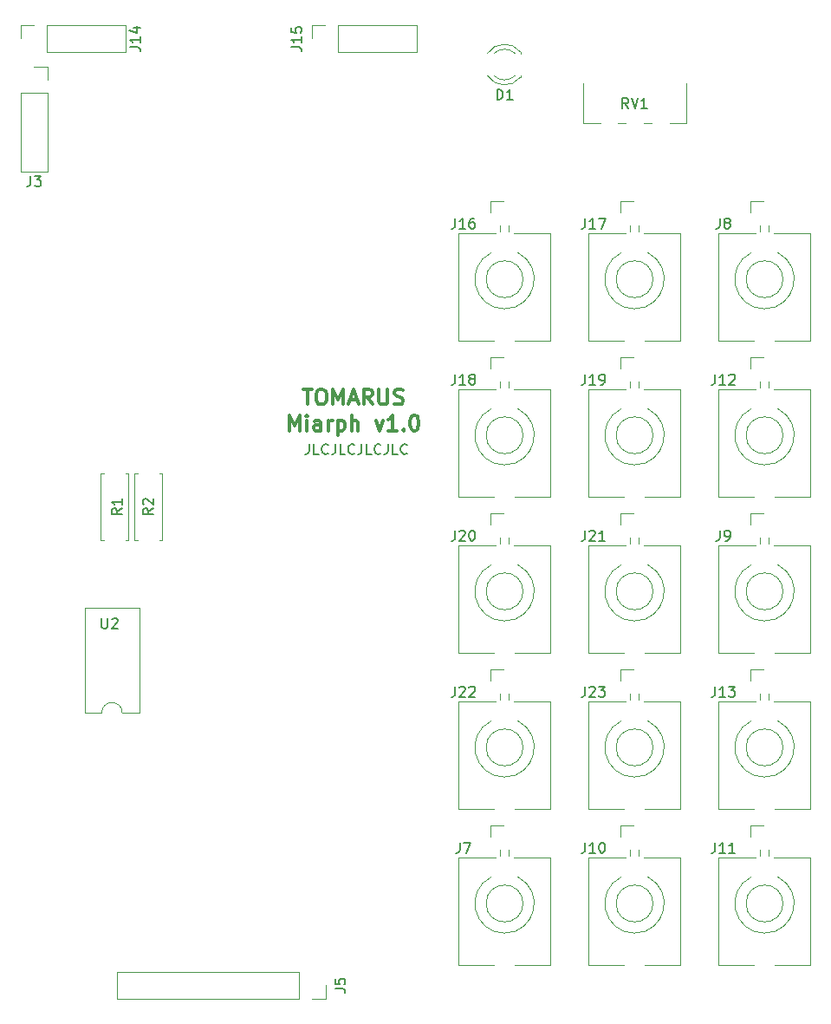
<source format=gbr>
G04 #@! TF.GenerationSoftware,KiCad,Pcbnew,5.0.2+dfsg1-1~bpo9+1*
G04 #@! TF.CreationDate,2019-05-25T00:57:50+02:00*
G04 #@! TF.ProjectId,midi2cv,6d696469-3263-4762-9e6b-696361645f70,rev?*
G04 #@! TF.SameCoordinates,Original*
G04 #@! TF.FileFunction,Legend,Top*
G04 #@! TF.FilePolarity,Positive*
%FSLAX46Y46*%
G04 Gerber Fmt 4.6, Leading zero omitted, Abs format (unit mm)*
G04 Created by KiCad (PCBNEW 5.0.2+dfsg1-1~bpo9+1) date Sat 25 May 2019 12:57:50 AM CEST*
%MOMM*%
%LPD*%
G01*
G04 APERTURE LIST*
%ADD10C,0.150000*%
%ADD11C,0.300000*%
%ADD12C,0.120000*%
G04 APERTURE END LIST*
D10*
X59642952Y-72350380D02*
X59642952Y-73064666D01*
X59595333Y-73207523D01*
X59500095Y-73302761D01*
X59357238Y-73350380D01*
X59262000Y-73350380D01*
X60595333Y-73350380D02*
X60119142Y-73350380D01*
X60119142Y-72350380D01*
X61500095Y-73255142D02*
X61452476Y-73302761D01*
X61309619Y-73350380D01*
X61214380Y-73350380D01*
X61071523Y-73302761D01*
X60976285Y-73207523D01*
X60928666Y-73112285D01*
X60881047Y-72921809D01*
X60881047Y-72778952D01*
X60928666Y-72588476D01*
X60976285Y-72493238D01*
X61071523Y-72398000D01*
X61214380Y-72350380D01*
X61309619Y-72350380D01*
X61452476Y-72398000D01*
X61500095Y-72445619D01*
X62214380Y-72350380D02*
X62214380Y-73064666D01*
X62166761Y-73207523D01*
X62071523Y-73302761D01*
X61928666Y-73350380D01*
X61833428Y-73350380D01*
X63166761Y-73350380D02*
X62690571Y-73350380D01*
X62690571Y-72350380D01*
X64071523Y-73255142D02*
X64023904Y-73302761D01*
X63881047Y-73350380D01*
X63785809Y-73350380D01*
X63642952Y-73302761D01*
X63547714Y-73207523D01*
X63500095Y-73112285D01*
X63452476Y-72921809D01*
X63452476Y-72778952D01*
X63500095Y-72588476D01*
X63547714Y-72493238D01*
X63642952Y-72398000D01*
X63785809Y-72350380D01*
X63881047Y-72350380D01*
X64023904Y-72398000D01*
X64071523Y-72445619D01*
X64785809Y-72350380D02*
X64785809Y-73064666D01*
X64738190Y-73207523D01*
X64642952Y-73302761D01*
X64500095Y-73350380D01*
X64404857Y-73350380D01*
X65738190Y-73350380D02*
X65262000Y-73350380D01*
X65262000Y-72350380D01*
X66642952Y-73255142D02*
X66595333Y-73302761D01*
X66452476Y-73350380D01*
X66357238Y-73350380D01*
X66214380Y-73302761D01*
X66119142Y-73207523D01*
X66071523Y-73112285D01*
X66023904Y-72921809D01*
X66023904Y-72778952D01*
X66071523Y-72588476D01*
X66119142Y-72493238D01*
X66214380Y-72398000D01*
X66357238Y-72350380D01*
X66452476Y-72350380D01*
X66595333Y-72398000D01*
X66642952Y-72445619D01*
X67357238Y-72350380D02*
X67357238Y-73064666D01*
X67309619Y-73207523D01*
X67214380Y-73302761D01*
X67071523Y-73350380D01*
X66976285Y-73350380D01*
X68309619Y-73350380D02*
X67833428Y-73350380D01*
X67833428Y-72350380D01*
X69214380Y-73255142D02*
X69166761Y-73302761D01*
X69023904Y-73350380D01*
X68928666Y-73350380D01*
X68785809Y-73302761D01*
X68690571Y-73207523D01*
X68642952Y-73112285D01*
X68595333Y-72921809D01*
X68595333Y-72778952D01*
X68642952Y-72588476D01*
X68690571Y-72493238D01*
X68785809Y-72398000D01*
X68928666Y-72350380D01*
X69023904Y-72350380D01*
X69166761Y-72398000D01*
X69214380Y-72445619D01*
D11*
X59043714Y-66991571D02*
X59900857Y-66991571D01*
X59472285Y-68491571D02*
X59472285Y-66991571D01*
X60686571Y-66991571D02*
X60972285Y-66991571D01*
X61115142Y-67063000D01*
X61258000Y-67205857D01*
X61329428Y-67491571D01*
X61329428Y-67991571D01*
X61258000Y-68277285D01*
X61115142Y-68420142D01*
X60972285Y-68491571D01*
X60686571Y-68491571D01*
X60543714Y-68420142D01*
X60400857Y-68277285D01*
X60329428Y-67991571D01*
X60329428Y-67491571D01*
X60400857Y-67205857D01*
X60543714Y-67063000D01*
X60686571Y-66991571D01*
X61972285Y-68491571D02*
X61972285Y-66991571D01*
X62472285Y-68063000D01*
X62972285Y-66991571D01*
X62972285Y-68491571D01*
X63615142Y-68063000D02*
X64329428Y-68063000D01*
X63472285Y-68491571D02*
X63972285Y-66991571D01*
X64472285Y-68491571D01*
X65829428Y-68491571D02*
X65329428Y-67777285D01*
X64972285Y-68491571D02*
X64972285Y-66991571D01*
X65543714Y-66991571D01*
X65686571Y-67063000D01*
X65758000Y-67134428D01*
X65829428Y-67277285D01*
X65829428Y-67491571D01*
X65758000Y-67634428D01*
X65686571Y-67705857D01*
X65543714Y-67777285D01*
X64972285Y-67777285D01*
X66472285Y-66991571D02*
X66472285Y-68205857D01*
X66543714Y-68348714D01*
X66615142Y-68420142D01*
X66758000Y-68491571D01*
X67043714Y-68491571D01*
X67186571Y-68420142D01*
X67258000Y-68348714D01*
X67329428Y-68205857D01*
X67329428Y-66991571D01*
X67972285Y-68420142D02*
X68186571Y-68491571D01*
X68543714Y-68491571D01*
X68686571Y-68420142D01*
X68758000Y-68348714D01*
X68829428Y-68205857D01*
X68829428Y-68063000D01*
X68758000Y-67920142D01*
X68686571Y-67848714D01*
X68543714Y-67777285D01*
X68258000Y-67705857D01*
X68115142Y-67634428D01*
X68043714Y-67563000D01*
X67972285Y-67420142D01*
X67972285Y-67277285D01*
X68043714Y-67134428D01*
X68115142Y-67063000D01*
X68258000Y-66991571D01*
X68615142Y-66991571D01*
X68829428Y-67063000D01*
X57722285Y-71041571D02*
X57722285Y-69541571D01*
X58222285Y-70613000D01*
X58722285Y-69541571D01*
X58722285Y-71041571D01*
X59436571Y-71041571D02*
X59436571Y-70041571D01*
X59436571Y-69541571D02*
X59365142Y-69613000D01*
X59436571Y-69684428D01*
X59508000Y-69613000D01*
X59436571Y-69541571D01*
X59436571Y-69684428D01*
X60793714Y-71041571D02*
X60793714Y-70255857D01*
X60722285Y-70113000D01*
X60579428Y-70041571D01*
X60293714Y-70041571D01*
X60150857Y-70113000D01*
X60793714Y-70970142D02*
X60650857Y-71041571D01*
X60293714Y-71041571D01*
X60150857Y-70970142D01*
X60079428Y-70827285D01*
X60079428Y-70684428D01*
X60150857Y-70541571D01*
X60293714Y-70470142D01*
X60650857Y-70470142D01*
X60793714Y-70398714D01*
X61508000Y-71041571D02*
X61508000Y-70041571D01*
X61508000Y-70327285D02*
X61579428Y-70184428D01*
X61650857Y-70113000D01*
X61793714Y-70041571D01*
X61936571Y-70041571D01*
X62436571Y-70041571D02*
X62436571Y-71541571D01*
X62436571Y-70113000D02*
X62579428Y-70041571D01*
X62865142Y-70041571D01*
X63008000Y-70113000D01*
X63079428Y-70184428D01*
X63150857Y-70327285D01*
X63150857Y-70755857D01*
X63079428Y-70898714D01*
X63008000Y-70970142D01*
X62865142Y-71041571D01*
X62579428Y-71041571D01*
X62436571Y-70970142D01*
X63793714Y-71041571D02*
X63793714Y-69541571D01*
X64436571Y-71041571D02*
X64436571Y-70255857D01*
X64365142Y-70113000D01*
X64222285Y-70041571D01*
X64008000Y-70041571D01*
X63865142Y-70113000D01*
X63793714Y-70184428D01*
X66150857Y-70041571D02*
X66508000Y-71041571D01*
X66865142Y-70041571D01*
X68222285Y-71041571D02*
X67365142Y-71041571D01*
X67793714Y-71041571D02*
X67793714Y-69541571D01*
X67650857Y-69755857D01*
X67508000Y-69898714D01*
X67365142Y-69970142D01*
X68865142Y-70898714D02*
X68936571Y-70970142D01*
X68865142Y-71041571D01*
X68793714Y-70970142D01*
X68865142Y-70898714D01*
X68865142Y-71041571D01*
X69865142Y-69541571D02*
X70008000Y-69541571D01*
X70150857Y-69613000D01*
X70222285Y-69684428D01*
X70293714Y-69827285D01*
X70365142Y-70113000D01*
X70365142Y-70470142D01*
X70293714Y-70755857D01*
X70222285Y-70898714D01*
X70150857Y-70970142D01*
X70008000Y-71041571D01*
X69865142Y-71041571D01*
X69722285Y-70970142D01*
X69650857Y-70898714D01*
X69579428Y-70755857D01*
X69508000Y-70470142D01*
X69508000Y-70113000D01*
X69579428Y-69827285D01*
X69650857Y-69684428D01*
X69722285Y-69613000D01*
X69865142Y-69541571D01*
D12*
G04 #@! TO.C,RV1*
X86459000Y-41030000D02*
X86459000Y-37093000D01*
X96500000Y-41030000D02*
X96500000Y-37093000D01*
X86459000Y-41030000D02*
X88109000Y-41030000D01*
X89851000Y-41030000D02*
X90610000Y-41030000D01*
X92351000Y-41030000D02*
X93110000Y-41030000D01*
X94850000Y-41030000D02*
X96500000Y-41030000D01*
G04 #@! TO.C,D1*
X77067665Y-36384608D02*
G75*
G03X80300000Y-36541516I1672335J1078608D01*
G01*
X77067665Y-34227392D02*
G75*
G02X80300000Y-34070484I1672335J-1078608D01*
G01*
X77698870Y-36385837D02*
G75*
G03X79780961Y-36386000I1041130J1079837D01*
G01*
X77698870Y-34226163D02*
G75*
G02X79780961Y-34226000I1041130J-1079837D01*
G01*
X80300000Y-36542000D02*
X80300000Y-36386000D01*
X80300000Y-34226000D02*
X80300000Y-34070000D01*
G04 #@! TO.C,J3*
X31436000Y-38100000D02*
X34096000Y-38100000D01*
X31436000Y-38100000D02*
X31436000Y-45780000D01*
X31436000Y-45780000D02*
X34096000Y-45780000D01*
X34096000Y-38100000D02*
X34096000Y-45780000D01*
X34096000Y-35500000D02*
X34096000Y-36830000D01*
X32766000Y-35500000D02*
X34096000Y-35500000D01*
G04 #@! TO.C,J5*
X61274000Y-125222000D02*
X61274000Y-126552000D01*
X61274000Y-126552000D02*
X59944000Y-126552000D01*
X58674000Y-126552000D02*
X40834000Y-126552000D01*
X40834000Y-123892000D02*
X40834000Y-126552000D01*
X58674000Y-123892000D02*
X40834000Y-123892000D01*
X58674000Y-123892000D02*
X58674000Y-126552000D01*
G04 #@! TO.C,J7*
X74240000Y-112724000D02*
X74240000Y-123224000D01*
X83240000Y-112724000D02*
X83240000Y-123224000D01*
X77443737Y-114635423D02*
G75*
G03X78740000Y-120119000I1296263J-2588577D01*
G01*
X80036263Y-114635423D02*
G75*
G02X78740000Y-120119000I-1296263J-2588577D01*
G01*
X83240000Y-123224000D02*
X79740000Y-123224000D01*
X77740000Y-123224000D02*
X74240000Y-123224000D01*
X83240000Y-112724000D02*
X79640000Y-112724000D01*
X77840000Y-112724000D02*
X74240000Y-112724000D01*
X80540000Y-117224000D02*
G75*
G03X80540000Y-117224000I-1800000J0D01*
G01*
X78320000Y-111944000D02*
X78320000Y-112544000D01*
X79160000Y-111944000D02*
X79160000Y-112544000D01*
X77340000Y-109564000D02*
X77340000Y-110664000D01*
X77340000Y-109564000D02*
X78660000Y-109564000D01*
G04 #@! TO.C,J8*
X102740000Y-48604000D02*
X104060000Y-48604000D01*
X102740000Y-48604000D02*
X102740000Y-49704000D01*
X104560000Y-50984000D02*
X104560000Y-51584000D01*
X103720000Y-50984000D02*
X103720000Y-51584000D01*
X105940000Y-56264000D02*
G75*
G03X105940000Y-56264000I-1800000J0D01*
G01*
X103240000Y-51764000D02*
X99640000Y-51764000D01*
X108640000Y-51764000D02*
X105040000Y-51764000D01*
X103140000Y-62264000D02*
X99640000Y-62264000D01*
X108640000Y-62264000D02*
X105140000Y-62264000D01*
X105436263Y-53675423D02*
G75*
G02X104140000Y-59159000I-1296263J-2588577D01*
G01*
X102843737Y-53675423D02*
G75*
G03X104140000Y-59159000I1296263J-2588577D01*
G01*
X108640000Y-51764000D02*
X108640000Y-62264000D01*
X99640000Y-51764000D02*
X99640000Y-62264000D01*
G04 #@! TO.C,J9*
X99640000Y-82244000D02*
X99640000Y-92744000D01*
X108640000Y-82244000D02*
X108640000Y-92744000D01*
X102843737Y-84155423D02*
G75*
G03X104140000Y-89639000I1296263J-2588577D01*
G01*
X105436263Y-84155423D02*
G75*
G02X104140000Y-89639000I-1296263J-2588577D01*
G01*
X108640000Y-92744000D02*
X105140000Y-92744000D01*
X103140000Y-92744000D02*
X99640000Y-92744000D01*
X108640000Y-82244000D02*
X105040000Y-82244000D01*
X103240000Y-82244000D02*
X99640000Y-82244000D01*
X105940000Y-86744000D02*
G75*
G03X105940000Y-86744000I-1800000J0D01*
G01*
X103720000Y-81464000D02*
X103720000Y-82064000D01*
X104560000Y-81464000D02*
X104560000Y-82064000D01*
X102740000Y-79084000D02*
X102740000Y-80184000D01*
X102740000Y-79084000D02*
X104060000Y-79084000D01*
G04 #@! TO.C,J10*
X90040000Y-109564000D02*
X91360000Y-109564000D01*
X90040000Y-109564000D02*
X90040000Y-110664000D01*
X91860000Y-111944000D02*
X91860000Y-112544000D01*
X91020000Y-111944000D02*
X91020000Y-112544000D01*
X93240000Y-117224000D02*
G75*
G03X93240000Y-117224000I-1800000J0D01*
G01*
X90540000Y-112724000D02*
X86940000Y-112724000D01*
X95940000Y-112724000D02*
X92340000Y-112724000D01*
X90440000Y-123224000D02*
X86940000Y-123224000D01*
X95940000Y-123224000D02*
X92440000Y-123224000D01*
X92736263Y-114635423D02*
G75*
G02X91440000Y-120119000I-1296263J-2588577D01*
G01*
X90143737Y-114635423D02*
G75*
G03X91440000Y-120119000I1296263J-2588577D01*
G01*
X95940000Y-112724000D02*
X95940000Y-123224000D01*
X86940000Y-112724000D02*
X86940000Y-123224000D01*
G04 #@! TO.C,J11*
X102740000Y-109564000D02*
X104060000Y-109564000D01*
X102740000Y-109564000D02*
X102740000Y-110664000D01*
X104560000Y-111944000D02*
X104560000Y-112544000D01*
X103720000Y-111944000D02*
X103720000Y-112544000D01*
X105940000Y-117224000D02*
G75*
G03X105940000Y-117224000I-1800000J0D01*
G01*
X103240000Y-112724000D02*
X99640000Y-112724000D01*
X108640000Y-112724000D02*
X105040000Y-112724000D01*
X103140000Y-123224000D02*
X99640000Y-123224000D01*
X108640000Y-123224000D02*
X105140000Y-123224000D01*
X105436263Y-114635423D02*
G75*
G02X104140000Y-120119000I-1296263J-2588577D01*
G01*
X102843737Y-114635423D02*
G75*
G03X104140000Y-120119000I1296263J-2588577D01*
G01*
X108640000Y-112724000D02*
X108640000Y-123224000D01*
X99640000Y-112724000D02*
X99640000Y-123224000D01*
G04 #@! TO.C,J12*
X99640000Y-67004000D02*
X99640000Y-77504000D01*
X108640000Y-67004000D02*
X108640000Y-77504000D01*
X102843737Y-68915423D02*
G75*
G03X104140000Y-74399000I1296263J-2588577D01*
G01*
X105436263Y-68915423D02*
G75*
G02X104140000Y-74399000I-1296263J-2588577D01*
G01*
X108640000Y-77504000D02*
X105140000Y-77504000D01*
X103140000Y-77504000D02*
X99640000Y-77504000D01*
X108640000Y-67004000D02*
X105040000Y-67004000D01*
X103240000Y-67004000D02*
X99640000Y-67004000D01*
X105940000Y-71504000D02*
G75*
G03X105940000Y-71504000I-1800000J0D01*
G01*
X103720000Y-66224000D02*
X103720000Y-66824000D01*
X104560000Y-66224000D02*
X104560000Y-66824000D01*
X102740000Y-63844000D02*
X102740000Y-64944000D01*
X102740000Y-63844000D02*
X104060000Y-63844000D01*
G04 #@! TO.C,J13*
X99640000Y-97484000D02*
X99640000Y-107984000D01*
X108640000Y-97484000D02*
X108640000Y-107984000D01*
X102843737Y-99395423D02*
G75*
G03X104140000Y-104879000I1296263J-2588577D01*
G01*
X105436263Y-99395423D02*
G75*
G02X104140000Y-104879000I-1296263J-2588577D01*
G01*
X108640000Y-107984000D02*
X105140000Y-107984000D01*
X103140000Y-107984000D02*
X99640000Y-107984000D01*
X108640000Y-97484000D02*
X105040000Y-97484000D01*
X103240000Y-97484000D02*
X99640000Y-97484000D01*
X105940000Y-101984000D02*
G75*
G03X105940000Y-101984000I-1800000J0D01*
G01*
X103720000Y-96704000D02*
X103720000Y-97304000D01*
X104560000Y-96704000D02*
X104560000Y-97304000D01*
X102740000Y-94324000D02*
X102740000Y-95424000D01*
X102740000Y-94324000D02*
X104060000Y-94324000D01*
G04 #@! TO.C,J16*
X77340000Y-48604000D02*
X78660000Y-48604000D01*
X77340000Y-48604000D02*
X77340000Y-49704000D01*
X79160000Y-50984000D02*
X79160000Y-51584000D01*
X78320000Y-50984000D02*
X78320000Y-51584000D01*
X80540000Y-56264000D02*
G75*
G03X80540000Y-56264000I-1800000J0D01*
G01*
X77840000Y-51764000D02*
X74240000Y-51764000D01*
X83240000Y-51764000D02*
X79640000Y-51764000D01*
X77740000Y-62264000D02*
X74240000Y-62264000D01*
X83240000Y-62264000D02*
X79740000Y-62264000D01*
X80036263Y-53675423D02*
G75*
G02X78740000Y-59159000I-1296263J-2588577D01*
G01*
X77443737Y-53675423D02*
G75*
G03X78740000Y-59159000I1296263J-2588577D01*
G01*
X83240000Y-51764000D02*
X83240000Y-62264000D01*
X74240000Y-51764000D02*
X74240000Y-62264000D01*
G04 #@! TO.C,J17*
X86940000Y-51764000D02*
X86940000Y-62264000D01*
X95940000Y-51764000D02*
X95940000Y-62264000D01*
X90143737Y-53675423D02*
G75*
G03X91440000Y-59159000I1296263J-2588577D01*
G01*
X92736263Y-53675423D02*
G75*
G02X91440000Y-59159000I-1296263J-2588577D01*
G01*
X95940000Y-62264000D02*
X92440000Y-62264000D01*
X90440000Y-62264000D02*
X86940000Y-62264000D01*
X95940000Y-51764000D02*
X92340000Y-51764000D01*
X90540000Y-51764000D02*
X86940000Y-51764000D01*
X93240000Y-56264000D02*
G75*
G03X93240000Y-56264000I-1800000J0D01*
G01*
X91020000Y-50984000D02*
X91020000Y-51584000D01*
X91860000Y-50984000D02*
X91860000Y-51584000D01*
X90040000Y-48604000D02*
X90040000Y-49704000D01*
X90040000Y-48604000D02*
X91360000Y-48604000D01*
G04 #@! TO.C,J18*
X77340000Y-63844000D02*
X78660000Y-63844000D01*
X77340000Y-63844000D02*
X77340000Y-64944000D01*
X79160000Y-66224000D02*
X79160000Y-66824000D01*
X78320000Y-66224000D02*
X78320000Y-66824000D01*
X80540000Y-71504000D02*
G75*
G03X80540000Y-71504000I-1800000J0D01*
G01*
X77840000Y-67004000D02*
X74240000Y-67004000D01*
X83240000Y-67004000D02*
X79640000Y-67004000D01*
X77740000Y-77504000D02*
X74240000Y-77504000D01*
X83240000Y-77504000D02*
X79740000Y-77504000D01*
X80036263Y-68915423D02*
G75*
G02X78740000Y-74399000I-1296263J-2588577D01*
G01*
X77443737Y-68915423D02*
G75*
G03X78740000Y-74399000I1296263J-2588577D01*
G01*
X83240000Y-67004000D02*
X83240000Y-77504000D01*
X74240000Y-67004000D02*
X74240000Y-77504000D01*
G04 #@! TO.C,J19*
X86940000Y-67004000D02*
X86940000Y-77504000D01*
X95940000Y-67004000D02*
X95940000Y-77504000D01*
X90143737Y-68915423D02*
G75*
G03X91440000Y-74399000I1296263J-2588577D01*
G01*
X92736263Y-68915423D02*
G75*
G02X91440000Y-74399000I-1296263J-2588577D01*
G01*
X95940000Y-77504000D02*
X92440000Y-77504000D01*
X90440000Y-77504000D02*
X86940000Y-77504000D01*
X95940000Y-67004000D02*
X92340000Y-67004000D01*
X90540000Y-67004000D02*
X86940000Y-67004000D01*
X93240000Y-71504000D02*
G75*
G03X93240000Y-71504000I-1800000J0D01*
G01*
X91020000Y-66224000D02*
X91020000Y-66824000D01*
X91860000Y-66224000D02*
X91860000Y-66824000D01*
X90040000Y-63844000D02*
X90040000Y-64944000D01*
X90040000Y-63844000D02*
X91360000Y-63844000D01*
G04 #@! TO.C,J20*
X74240000Y-82244000D02*
X74240000Y-92744000D01*
X83240000Y-82244000D02*
X83240000Y-92744000D01*
X77443737Y-84155423D02*
G75*
G03X78740000Y-89639000I1296263J-2588577D01*
G01*
X80036263Y-84155423D02*
G75*
G02X78740000Y-89639000I-1296263J-2588577D01*
G01*
X83240000Y-92744000D02*
X79740000Y-92744000D01*
X77740000Y-92744000D02*
X74240000Y-92744000D01*
X83240000Y-82244000D02*
X79640000Y-82244000D01*
X77840000Y-82244000D02*
X74240000Y-82244000D01*
X80540000Y-86744000D02*
G75*
G03X80540000Y-86744000I-1800000J0D01*
G01*
X78320000Y-81464000D02*
X78320000Y-82064000D01*
X79160000Y-81464000D02*
X79160000Y-82064000D01*
X77340000Y-79084000D02*
X77340000Y-80184000D01*
X77340000Y-79084000D02*
X78660000Y-79084000D01*
G04 #@! TO.C,J21*
X90040000Y-79084000D02*
X91360000Y-79084000D01*
X90040000Y-79084000D02*
X90040000Y-80184000D01*
X91860000Y-81464000D02*
X91860000Y-82064000D01*
X91020000Y-81464000D02*
X91020000Y-82064000D01*
X93240000Y-86744000D02*
G75*
G03X93240000Y-86744000I-1800000J0D01*
G01*
X90540000Y-82244000D02*
X86940000Y-82244000D01*
X95940000Y-82244000D02*
X92340000Y-82244000D01*
X90440000Y-92744000D02*
X86940000Y-92744000D01*
X95940000Y-92744000D02*
X92440000Y-92744000D01*
X92736263Y-84155423D02*
G75*
G02X91440000Y-89639000I-1296263J-2588577D01*
G01*
X90143737Y-84155423D02*
G75*
G03X91440000Y-89639000I1296263J-2588577D01*
G01*
X95940000Y-82244000D02*
X95940000Y-92744000D01*
X86940000Y-82244000D02*
X86940000Y-92744000D01*
G04 #@! TO.C,J22*
X74240000Y-97484000D02*
X74240000Y-107984000D01*
X83240000Y-97484000D02*
X83240000Y-107984000D01*
X77443737Y-99395423D02*
G75*
G03X78740000Y-104879000I1296263J-2588577D01*
G01*
X80036263Y-99395423D02*
G75*
G02X78740000Y-104879000I-1296263J-2588577D01*
G01*
X83240000Y-107984000D02*
X79740000Y-107984000D01*
X77740000Y-107984000D02*
X74240000Y-107984000D01*
X83240000Y-97484000D02*
X79640000Y-97484000D01*
X77840000Y-97484000D02*
X74240000Y-97484000D01*
X80540000Y-101984000D02*
G75*
G03X80540000Y-101984000I-1800000J0D01*
G01*
X78320000Y-96704000D02*
X78320000Y-97304000D01*
X79160000Y-96704000D02*
X79160000Y-97304000D01*
X77340000Y-94324000D02*
X77340000Y-95424000D01*
X77340000Y-94324000D02*
X78660000Y-94324000D01*
G04 #@! TO.C,J23*
X90040000Y-94324000D02*
X91360000Y-94324000D01*
X90040000Y-94324000D02*
X90040000Y-95424000D01*
X91860000Y-96704000D02*
X91860000Y-97304000D01*
X91020000Y-96704000D02*
X91020000Y-97304000D01*
X93240000Y-101984000D02*
G75*
G03X93240000Y-101984000I-1800000J0D01*
G01*
X90540000Y-97484000D02*
X86940000Y-97484000D01*
X95940000Y-97484000D02*
X92340000Y-97484000D01*
X90440000Y-107984000D02*
X86940000Y-107984000D01*
X95940000Y-107984000D02*
X92440000Y-107984000D01*
X92736263Y-99395423D02*
G75*
G02X91440000Y-104879000I-1296263J-2588577D01*
G01*
X90143737Y-99395423D02*
G75*
G03X91440000Y-104879000I1296263J-2588577D01*
G01*
X95940000Y-97484000D02*
X95940000Y-107984000D01*
X86940000Y-97484000D02*
X86940000Y-107984000D01*
G04 #@! TO.C,R1*
X42010000Y-75216000D02*
X41680000Y-75216000D01*
X42010000Y-81756000D02*
X42010000Y-75216000D01*
X41680000Y-81756000D02*
X42010000Y-81756000D01*
X39270000Y-75216000D02*
X39600000Y-75216000D01*
X39270000Y-81756000D02*
X39270000Y-75216000D01*
X39600000Y-81756000D02*
X39270000Y-81756000D01*
G04 #@! TO.C,R2*
X42902000Y-81756000D02*
X42572000Y-81756000D01*
X42572000Y-81756000D02*
X42572000Y-75216000D01*
X42572000Y-75216000D02*
X42902000Y-75216000D01*
X44982000Y-81756000D02*
X45312000Y-81756000D01*
X45312000Y-81756000D02*
X45312000Y-75216000D01*
X45312000Y-75216000D02*
X44982000Y-75216000D01*
G04 #@! TO.C,U2*
X39386000Y-98612000D02*
G75*
G02X41386000Y-98612000I1000000J0D01*
G01*
X41386000Y-98612000D02*
X43036000Y-98612000D01*
X43036000Y-98612000D02*
X43036000Y-88332000D01*
X43036000Y-88332000D02*
X37736000Y-88332000D01*
X37736000Y-88332000D02*
X37736000Y-98612000D01*
X37736000Y-98612000D02*
X39386000Y-98612000D01*
G04 #@! TO.C,J14*
X31436000Y-32766000D02*
X31436000Y-31436000D01*
X31436000Y-31436000D02*
X32766000Y-31436000D01*
X34036000Y-31436000D02*
X41716000Y-31436000D01*
X41716000Y-34096000D02*
X41716000Y-31436000D01*
X34036000Y-34096000D02*
X41716000Y-34096000D01*
X34036000Y-34096000D02*
X34036000Y-31436000D01*
G04 #@! TO.C,J15*
X62484000Y-34096000D02*
X62484000Y-31436000D01*
X62484000Y-34096000D02*
X70164000Y-34096000D01*
X70164000Y-34096000D02*
X70164000Y-31436000D01*
X62484000Y-31436000D02*
X70164000Y-31436000D01*
X59884000Y-31436000D02*
X61214000Y-31436000D01*
X59884000Y-32766000D02*
X59884000Y-31436000D01*
G04 #@! TO.C,RV1*
D10*
X90844761Y-39568380D02*
X90511428Y-39092190D01*
X90273333Y-39568380D02*
X90273333Y-38568380D01*
X90654285Y-38568380D01*
X90749523Y-38616000D01*
X90797142Y-38663619D01*
X90844761Y-38758857D01*
X90844761Y-38901714D01*
X90797142Y-38996952D01*
X90749523Y-39044571D01*
X90654285Y-39092190D01*
X90273333Y-39092190D01*
X91130476Y-38568380D02*
X91463809Y-39568380D01*
X91797142Y-38568380D01*
X92654285Y-39568380D02*
X92082857Y-39568380D01*
X92368571Y-39568380D02*
X92368571Y-38568380D01*
X92273333Y-38711238D01*
X92178095Y-38806476D01*
X92082857Y-38854095D01*
G04 #@! TO.C,D1*
X78001904Y-38718380D02*
X78001904Y-37718380D01*
X78240000Y-37718380D01*
X78382857Y-37766000D01*
X78478095Y-37861238D01*
X78525714Y-37956476D01*
X78573333Y-38146952D01*
X78573333Y-38289809D01*
X78525714Y-38480285D01*
X78478095Y-38575523D01*
X78382857Y-38670761D01*
X78240000Y-38718380D01*
X78001904Y-38718380D01*
X79525714Y-38718380D02*
X78954285Y-38718380D01*
X79240000Y-38718380D02*
X79240000Y-37718380D01*
X79144761Y-37861238D01*
X79049523Y-37956476D01*
X78954285Y-38004095D01*
G04 #@! TO.C,J3*
X32432666Y-46188380D02*
X32432666Y-46902666D01*
X32385047Y-47045523D01*
X32289809Y-47140761D01*
X32146952Y-47188380D01*
X32051714Y-47188380D01*
X32813619Y-46188380D02*
X33432666Y-46188380D01*
X33099333Y-46569333D01*
X33242190Y-46569333D01*
X33337428Y-46616952D01*
X33385047Y-46664571D01*
X33432666Y-46759809D01*
X33432666Y-46997904D01*
X33385047Y-47093142D01*
X33337428Y-47140761D01*
X33242190Y-47188380D01*
X32956476Y-47188380D01*
X32861238Y-47140761D01*
X32813619Y-47093142D01*
G04 #@! TO.C,J5*
X62166380Y-125555333D02*
X62880666Y-125555333D01*
X63023523Y-125602952D01*
X63118761Y-125698190D01*
X63166380Y-125841047D01*
X63166380Y-125936285D01*
X62166380Y-124602952D02*
X62166380Y-125079142D01*
X62642571Y-125126761D01*
X62594952Y-125079142D01*
X62547333Y-124983904D01*
X62547333Y-124745809D01*
X62594952Y-124650571D01*
X62642571Y-124602952D01*
X62737809Y-124555333D01*
X62975904Y-124555333D01*
X63071142Y-124602952D01*
X63118761Y-124650571D01*
X63166380Y-124745809D01*
X63166380Y-124983904D01*
X63118761Y-125079142D01*
X63071142Y-125126761D01*
G04 #@! TO.C,J7*
X74376666Y-111276380D02*
X74376666Y-111990666D01*
X74329047Y-112133523D01*
X74233809Y-112228761D01*
X74090952Y-112276380D01*
X73995714Y-112276380D01*
X74757619Y-111276380D02*
X75424285Y-111276380D01*
X74995714Y-112276380D01*
G04 #@! TO.C,J8*
X99776666Y-50316380D02*
X99776666Y-51030666D01*
X99729047Y-51173523D01*
X99633809Y-51268761D01*
X99490952Y-51316380D01*
X99395714Y-51316380D01*
X100395714Y-50744952D02*
X100300476Y-50697333D01*
X100252857Y-50649714D01*
X100205238Y-50554476D01*
X100205238Y-50506857D01*
X100252857Y-50411619D01*
X100300476Y-50364000D01*
X100395714Y-50316380D01*
X100586190Y-50316380D01*
X100681428Y-50364000D01*
X100729047Y-50411619D01*
X100776666Y-50506857D01*
X100776666Y-50554476D01*
X100729047Y-50649714D01*
X100681428Y-50697333D01*
X100586190Y-50744952D01*
X100395714Y-50744952D01*
X100300476Y-50792571D01*
X100252857Y-50840190D01*
X100205238Y-50935428D01*
X100205238Y-51125904D01*
X100252857Y-51221142D01*
X100300476Y-51268761D01*
X100395714Y-51316380D01*
X100586190Y-51316380D01*
X100681428Y-51268761D01*
X100729047Y-51221142D01*
X100776666Y-51125904D01*
X100776666Y-50935428D01*
X100729047Y-50840190D01*
X100681428Y-50792571D01*
X100586190Y-50744952D01*
G04 #@! TO.C,J9*
X99776666Y-80796380D02*
X99776666Y-81510666D01*
X99729047Y-81653523D01*
X99633809Y-81748761D01*
X99490952Y-81796380D01*
X99395714Y-81796380D01*
X100300476Y-81796380D02*
X100490952Y-81796380D01*
X100586190Y-81748761D01*
X100633809Y-81701142D01*
X100729047Y-81558285D01*
X100776666Y-81367809D01*
X100776666Y-80986857D01*
X100729047Y-80891619D01*
X100681428Y-80844000D01*
X100586190Y-80796380D01*
X100395714Y-80796380D01*
X100300476Y-80844000D01*
X100252857Y-80891619D01*
X100205238Y-80986857D01*
X100205238Y-81224952D01*
X100252857Y-81320190D01*
X100300476Y-81367809D01*
X100395714Y-81415428D01*
X100586190Y-81415428D01*
X100681428Y-81367809D01*
X100729047Y-81320190D01*
X100776666Y-81224952D01*
G04 #@! TO.C,J10*
X86600476Y-111276380D02*
X86600476Y-111990666D01*
X86552857Y-112133523D01*
X86457619Y-112228761D01*
X86314761Y-112276380D01*
X86219523Y-112276380D01*
X87600476Y-112276380D02*
X87029047Y-112276380D01*
X87314761Y-112276380D02*
X87314761Y-111276380D01*
X87219523Y-111419238D01*
X87124285Y-111514476D01*
X87029047Y-111562095D01*
X88219523Y-111276380D02*
X88314761Y-111276380D01*
X88410000Y-111324000D01*
X88457619Y-111371619D01*
X88505238Y-111466857D01*
X88552857Y-111657333D01*
X88552857Y-111895428D01*
X88505238Y-112085904D01*
X88457619Y-112181142D01*
X88410000Y-112228761D01*
X88314761Y-112276380D01*
X88219523Y-112276380D01*
X88124285Y-112228761D01*
X88076666Y-112181142D01*
X88029047Y-112085904D01*
X87981428Y-111895428D01*
X87981428Y-111657333D01*
X88029047Y-111466857D01*
X88076666Y-111371619D01*
X88124285Y-111324000D01*
X88219523Y-111276380D01*
G04 #@! TO.C,J11*
X99300476Y-111276380D02*
X99300476Y-111990666D01*
X99252857Y-112133523D01*
X99157619Y-112228761D01*
X99014761Y-112276380D01*
X98919523Y-112276380D01*
X100300476Y-112276380D02*
X99729047Y-112276380D01*
X100014761Y-112276380D02*
X100014761Y-111276380D01*
X99919523Y-111419238D01*
X99824285Y-111514476D01*
X99729047Y-111562095D01*
X101252857Y-112276380D02*
X100681428Y-112276380D01*
X100967142Y-112276380D02*
X100967142Y-111276380D01*
X100871904Y-111419238D01*
X100776666Y-111514476D01*
X100681428Y-111562095D01*
G04 #@! TO.C,J12*
X99300476Y-65556380D02*
X99300476Y-66270666D01*
X99252857Y-66413523D01*
X99157619Y-66508761D01*
X99014761Y-66556380D01*
X98919523Y-66556380D01*
X100300476Y-66556380D02*
X99729047Y-66556380D01*
X100014761Y-66556380D02*
X100014761Y-65556380D01*
X99919523Y-65699238D01*
X99824285Y-65794476D01*
X99729047Y-65842095D01*
X100681428Y-65651619D02*
X100729047Y-65604000D01*
X100824285Y-65556380D01*
X101062380Y-65556380D01*
X101157619Y-65604000D01*
X101205238Y-65651619D01*
X101252857Y-65746857D01*
X101252857Y-65842095D01*
X101205238Y-65984952D01*
X100633809Y-66556380D01*
X101252857Y-66556380D01*
G04 #@! TO.C,J13*
X99300476Y-96036380D02*
X99300476Y-96750666D01*
X99252857Y-96893523D01*
X99157619Y-96988761D01*
X99014761Y-97036380D01*
X98919523Y-97036380D01*
X100300476Y-97036380D02*
X99729047Y-97036380D01*
X100014761Y-97036380D02*
X100014761Y-96036380D01*
X99919523Y-96179238D01*
X99824285Y-96274476D01*
X99729047Y-96322095D01*
X100633809Y-96036380D02*
X101252857Y-96036380D01*
X100919523Y-96417333D01*
X101062380Y-96417333D01*
X101157619Y-96464952D01*
X101205238Y-96512571D01*
X101252857Y-96607809D01*
X101252857Y-96845904D01*
X101205238Y-96941142D01*
X101157619Y-96988761D01*
X101062380Y-97036380D01*
X100776666Y-97036380D01*
X100681428Y-96988761D01*
X100633809Y-96941142D01*
G04 #@! TO.C,J16*
X73900476Y-50316380D02*
X73900476Y-51030666D01*
X73852857Y-51173523D01*
X73757619Y-51268761D01*
X73614761Y-51316380D01*
X73519523Y-51316380D01*
X74900476Y-51316380D02*
X74329047Y-51316380D01*
X74614761Y-51316380D02*
X74614761Y-50316380D01*
X74519523Y-50459238D01*
X74424285Y-50554476D01*
X74329047Y-50602095D01*
X75757619Y-50316380D02*
X75567142Y-50316380D01*
X75471904Y-50364000D01*
X75424285Y-50411619D01*
X75329047Y-50554476D01*
X75281428Y-50744952D01*
X75281428Y-51125904D01*
X75329047Y-51221142D01*
X75376666Y-51268761D01*
X75471904Y-51316380D01*
X75662380Y-51316380D01*
X75757619Y-51268761D01*
X75805238Y-51221142D01*
X75852857Y-51125904D01*
X75852857Y-50887809D01*
X75805238Y-50792571D01*
X75757619Y-50744952D01*
X75662380Y-50697333D01*
X75471904Y-50697333D01*
X75376666Y-50744952D01*
X75329047Y-50792571D01*
X75281428Y-50887809D01*
G04 #@! TO.C,J17*
X86600476Y-50316380D02*
X86600476Y-51030666D01*
X86552857Y-51173523D01*
X86457619Y-51268761D01*
X86314761Y-51316380D01*
X86219523Y-51316380D01*
X87600476Y-51316380D02*
X87029047Y-51316380D01*
X87314761Y-51316380D02*
X87314761Y-50316380D01*
X87219523Y-50459238D01*
X87124285Y-50554476D01*
X87029047Y-50602095D01*
X87933809Y-50316380D02*
X88600476Y-50316380D01*
X88171904Y-51316380D01*
G04 #@! TO.C,J18*
X73900476Y-65556380D02*
X73900476Y-66270666D01*
X73852857Y-66413523D01*
X73757619Y-66508761D01*
X73614761Y-66556380D01*
X73519523Y-66556380D01*
X74900476Y-66556380D02*
X74329047Y-66556380D01*
X74614761Y-66556380D02*
X74614761Y-65556380D01*
X74519523Y-65699238D01*
X74424285Y-65794476D01*
X74329047Y-65842095D01*
X75471904Y-65984952D02*
X75376666Y-65937333D01*
X75329047Y-65889714D01*
X75281428Y-65794476D01*
X75281428Y-65746857D01*
X75329047Y-65651619D01*
X75376666Y-65604000D01*
X75471904Y-65556380D01*
X75662380Y-65556380D01*
X75757619Y-65604000D01*
X75805238Y-65651619D01*
X75852857Y-65746857D01*
X75852857Y-65794476D01*
X75805238Y-65889714D01*
X75757619Y-65937333D01*
X75662380Y-65984952D01*
X75471904Y-65984952D01*
X75376666Y-66032571D01*
X75329047Y-66080190D01*
X75281428Y-66175428D01*
X75281428Y-66365904D01*
X75329047Y-66461142D01*
X75376666Y-66508761D01*
X75471904Y-66556380D01*
X75662380Y-66556380D01*
X75757619Y-66508761D01*
X75805238Y-66461142D01*
X75852857Y-66365904D01*
X75852857Y-66175428D01*
X75805238Y-66080190D01*
X75757619Y-66032571D01*
X75662380Y-65984952D01*
G04 #@! TO.C,J19*
X86600476Y-65556380D02*
X86600476Y-66270666D01*
X86552857Y-66413523D01*
X86457619Y-66508761D01*
X86314761Y-66556380D01*
X86219523Y-66556380D01*
X87600476Y-66556380D02*
X87029047Y-66556380D01*
X87314761Y-66556380D02*
X87314761Y-65556380D01*
X87219523Y-65699238D01*
X87124285Y-65794476D01*
X87029047Y-65842095D01*
X88076666Y-66556380D02*
X88267142Y-66556380D01*
X88362380Y-66508761D01*
X88410000Y-66461142D01*
X88505238Y-66318285D01*
X88552857Y-66127809D01*
X88552857Y-65746857D01*
X88505238Y-65651619D01*
X88457619Y-65604000D01*
X88362380Y-65556380D01*
X88171904Y-65556380D01*
X88076666Y-65604000D01*
X88029047Y-65651619D01*
X87981428Y-65746857D01*
X87981428Y-65984952D01*
X88029047Y-66080190D01*
X88076666Y-66127809D01*
X88171904Y-66175428D01*
X88362380Y-66175428D01*
X88457619Y-66127809D01*
X88505238Y-66080190D01*
X88552857Y-65984952D01*
G04 #@! TO.C,J20*
X73900476Y-80796380D02*
X73900476Y-81510666D01*
X73852857Y-81653523D01*
X73757619Y-81748761D01*
X73614761Y-81796380D01*
X73519523Y-81796380D01*
X74329047Y-80891619D02*
X74376666Y-80844000D01*
X74471904Y-80796380D01*
X74710000Y-80796380D01*
X74805238Y-80844000D01*
X74852857Y-80891619D01*
X74900476Y-80986857D01*
X74900476Y-81082095D01*
X74852857Y-81224952D01*
X74281428Y-81796380D01*
X74900476Y-81796380D01*
X75519523Y-80796380D02*
X75614761Y-80796380D01*
X75710000Y-80844000D01*
X75757619Y-80891619D01*
X75805238Y-80986857D01*
X75852857Y-81177333D01*
X75852857Y-81415428D01*
X75805238Y-81605904D01*
X75757619Y-81701142D01*
X75710000Y-81748761D01*
X75614761Y-81796380D01*
X75519523Y-81796380D01*
X75424285Y-81748761D01*
X75376666Y-81701142D01*
X75329047Y-81605904D01*
X75281428Y-81415428D01*
X75281428Y-81177333D01*
X75329047Y-80986857D01*
X75376666Y-80891619D01*
X75424285Y-80844000D01*
X75519523Y-80796380D01*
G04 #@! TO.C,J21*
X86600476Y-80796380D02*
X86600476Y-81510666D01*
X86552857Y-81653523D01*
X86457619Y-81748761D01*
X86314761Y-81796380D01*
X86219523Y-81796380D01*
X87029047Y-80891619D02*
X87076666Y-80844000D01*
X87171904Y-80796380D01*
X87410000Y-80796380D01*
X87505238Y-80844000D01*
X87552857Y-80891619D01*
X87600476Y-80986857D01*
X87600476Y-81082095D01*
X87552857Y-81224952D01*
X86981428Y-81796380D01*
X87600476Y-81796380D01*
X88552857Y-81796380D02*
X87981428Y-81796380D01*
X88267142Y-81796380D02*
X88267142Y-80796380D01*
X88171904Y-80939238D01*
X88076666Y-81034476D01*
X87981428Y-81082095D01*
G04 #@! TO.C,J22*
X73900476Y-96036380D02*
X73900476Y-96750666D01*
X73852857Y-96893523D01*
X73757619Y-96988761D01*
X73614761Y-97036380D01*
X73519523Y-97036380D01*
X74329047Y-96131619D02*
X74376666Y-96084000D01*
X74471904Y-96036380D01*
X74710000Y-96036380D01*
X74805238Y-96084000D01*
X74852857Y-96131619D01*
X74900476Y-96226857D01*
X74900476Y-96322095D01*
X74852857Y-96464952D01*
X74281428Y-97036380D01*
X74900476Y-97036380D01*
X75281428Y-96131619D02*
X75329047Y-96084000D01*
X75424285Y-96036380D01*
X75662380Y-96036380D01*
X75757619Y-96084000D01*
X75805238Y-96131619D01*
X75852857Y-96226857D01*
X75852857Y-96322095D01*
X75805238Y-96464952D01*
X75233809Y-97036380D01*
X75852857Y-97036380D01*
G04 #@! TO.C,J23*
X86600476Y-96036380D02*
X86600476Y-96750666D01*
X86552857Y-96893523D01*
X86457619Y-96988761D01*
X86314761Y-97036380D01*
X86219523Y-97036380D01*
X87029047Y-96131619D02*
X87076666Y-96084000D01*
X87171904Y-96036380D01*
X87410000Y-96036380D01*
X87505238Y-96084000D01*
X87552857Y-96131619D01*
X87600476Y-96226857D01*
X87600476Y-96322095D01*
X87552857Y-96464952D01*
X86981428Y-97036380D01*
X87600476Y-97036380D01*
X87933809Y-96036380D02*
X88552857Y-96036380D01*
X88219523Y-96417333D01*
X88362380Y-96417333D01*
X88457619Y-96464952D01*
X88505238Y-96512571D01*
X88552857Y-96607809D01*
X88552857Y-96845904D01*
X88505238Y-96941142D01*
X88457619Y-96988761D01*
X88362380Y-97036380D01*
X88076666Y-97036380D01*
X87981428Y-96988761D01*
X87933809Y-96941142D01*
G04 #@! TO.C,R1*
X41346380Y-78652666D02*
X40870190Y-78986000D01*
X41346380Y-79224095D02*
X40346380Y-79224095D01*
X40346380Y-78843142D01*
X40394000Y-78747904D01*
X40441619Y-78700285D01*
X40536857Y-78652666D01*
X40679714Y-78652666D01*
X40774952Y-78700285D01*
X40822571Y-78747904D01*
X40870190Y-78843142D01*
X40870190Y-79224095D01*
X41346380Y-77700285D02*
X41346380Y-78271714D01*
X41346380Y-77986000D02*
X40346380Y-77986000D01*
X40489238Y-78081238D01*
X40584476Y-78176476D01*
X40632095Y-78271714D01*
G04 #@! TO.C,R2*
X44394380Y-78652666D02*
X43918190Y-78986000D01*
X44394380Y-79224095D02*
X43394380Y-79224095D01*
X43394380Y-78843142D01*
X43442000Y-78747904D01*
X43489619Y-78700285D01*
X43584857Y-78652666D01*
X43727714Y-78652666D01*
X43822952Y-78700285D01*
X43870571Y-78747904D01*
X43918190Y-78843142D01*
X43918190Y-79224095D01*
X43489619Y-78271714D02*
X43442000Y-78224095D01*
X43394380Y-78128857D01*
X43394380Y-77890761D01*
X43442000Y-77795523D01*
X43489619Y-77747904D01*
X43584857Y-77700285D01*
X43680095Y-77700285D01*
X43822952Y-77747904D01*
X44394380Y-78319333D01*
X44394380Y-77700285D01*
G04 #@! TO.C,U2*
X39370095Y-89368380D02*
X39370095Y-90177904D01*
X39417714Y-90273142D01*
X39465333Y-90320761D01*
X39560571Y-90368380D01*
X39751047Y-90368380D01*
X39846285Y-90320761D01*
X39893904Y-90273142D01*
X39941523Y-90177904D01*
X39941523Y-89368380D01*
X40370095Y-89463619D02*
X40417714Y-89416000D01*
X40512952Y-89368380D01*
X40751047Y-89368380D01*
X40846285Y-89416000D01*
X40893904Y-89463619D01*
X40941523Y-89558857D01*
X40941523Y-89654095D01*
X40893904Y-89796952D01*
X40322476Y-90368380D01*
X40941523Y-90368380D01*
G04 #@! TO.C,J14*
X42124380Y-33575523D02*
X42838666Y-33575523D01*
X42981523Y-33623142D01*
X43076761Y-33718380D01*
X43124380Y-33861238D01*
X43124380Y-33956476D01*
X43124380Y-32575523D02*
X43124380Y-33146952D01*
X43124380Y-32861238D02*
X42124380Y-32861238D01*
X42267238Y-32956476D01*
X42362476Y-33051714D01*
X42410095Y-33146952D01*
X42457714Y-31718380D02*
X43124380Y-31718380D01*
X42076761Y-31956476D02*
X42791047Y-32194571D01*
X42791047Y-31575523D01*
G04 #@! TO.C,J15*
X57896380Y-33575523D02*
X58610666Y-33575523D01*
X58753523Y-33623142D01*
X58848761Y-33718380D01*
X58896380Y-33861238D01*
X58896380Y-33956476D01*
X58896380Y-32575523D02*
X58896380Y-33146952D01*
X58896380Y-32861238D02*
X57896380Y-32861238D01*
X58039238Y-32956476D01*
X58134476Y-33051714D01*
X58182095Y-33146952D01*
X57896380Y-31670761D02*
X57896380Y-32146952D01*
X58372571Y-32194571D01*
X58324952Y-32146952D01*
X58277333Y-32051714D01*
X58277333Y-31813619D01*
X58324952Y-31718380D01*
X58372571Y-31670761D01*
X58467809Y-31623142D01*
X58705904Y-31623142D01*
X58801142Y-31670761D01*
X58848761Y-31718380D01*
X58896380Y-31813619D01*
X58896380Y-32051714D01*
X58848761Y-32146952D01*
X58801142Y-32194571D01*
G04 #@! TD*
M02*

</source>
